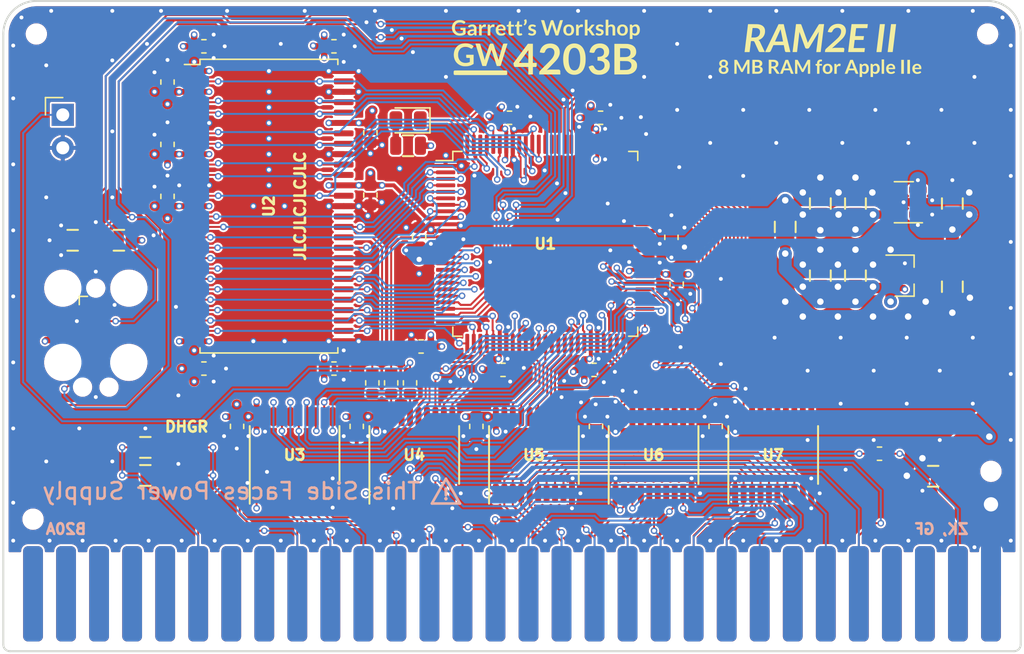
<source format=kicad_pcb>
(kicad_pcb (version 20221018) (generator pcbnew)

  (general
    (thickness 1.6108)
  )

  (paper "A4")
  (title_block
    (title "GW4203B (RAM2E II) - EPM240 / 5M240Z / AG256")
    (date "2023-10-21")
    (rev "2.1")
    (company "Garrett's Workshop")
  )

  (layers
    (0 "F.Cu" signal)
    (1 "In1.Cu" power)
    (2 "In2.Cu" power)
    (31 "B.Cu" signal)
    (32 "B.Adhes" user "B.Adhesive")
    (33 "F.Adhes" user "F.Adhesive")
    (34 "B.Paste" user)
    (35 "F.Paste" user)
    (36 "B.SilkS" user "B.Silkscreen")
    (37 "F.SilkS" user "F.Silkscreen")
    (38 "B.Mask" user)
    (39 "F.Mask" user)
    (40 "Dwgs.User" user "User.Drawings")
    (41 "Cmts.User" user "User.Comments")
    (42 "Eco1.User" user "User.Eco1")
    (43 "Eco2.User" user "User.Eco2")
    (44 "Edge.Cuts" user)
    (45 "Margin" user)
    (46 "B.CrtYd" user "B.Courtyard")
    (47 "F.CrtYd" user "F.Courtyard")
    (48 "B.Fab" user)
    (49 "F.Fab" user)
  )

  (setup
    (stackup
      (layer "F.SilkS" (type "Top Silk Screen"))
      (layer "F.Paste" (type "Top Solder Paste"))
      (layer "F.Mask" (type "Top Solder Mask") (thickness 0.01))
      (layer "F.Cu" (type "copper") (thickness 0.035))
      (layer "dielectric 1" (type "core") (thickness 0.2104) (material "FR4") (epsilon_r 4.6) (loss_tangent 0.02))
      (layer "In1.Cu" (type "copper") (thickness 0.0175))
      (layer "dielectric 2" (type "prepreg") (thickness 1.065) (material "FR4") (epsilon_r 4.5) (loss_tangent 0.02))
      (layer "In2.Cu" (type "copper") (thickness 0.0175))
      (layer "dielectric 3" (type "core") (thickness 0.2104) (material "FR4") (epsilon_r 4.6) (loss_tangent 0.02))
      (layer "B.Cu" (type "copper") (thickness 0.035))
      (layer "B.Mask" (type "Bottom Solder Mask") (thickness 0.01))
      (layer "B.Paste" (type "Bottom Solder Paste"))
      (layer "B.SilkS" (type "Bottom Silk Screen"))
      (copper_finish "None")
      (dielectric_constraints no)
    )
    (pad_to_mask_clearance 0.0762)
    (solder_mask_min_width 0.127)
    (pad_to_paste_clearance -0.0381)
    (pcbplotparams
      (layerselection 0x00010f8_ffffffff)
      (plot_on_all_layers_selection 0x0000000_00000000)
      (disableapertmacros false)
      (usegerberextensions true)
      (usegerberattributes false)
      (usegerberadvancedattributes false)
      (creategerberjobfile false)
      (dashed_line_dash_ratio 12.000000)
      (dashed_line_gap_ratio 3.000000)
      (svgprecision 4)
      (plotframeref false)
      (viasonmask false)
      (mode 1)
      (useauxorigin false)
      (hpglpennumber 1)
      (hpglpenspeed 20)
      (hpglpendiameter 15.000000)
      (dxfpolygonmode true)
      (dxfimperialunits true)
      (dxfusepcbnewfont true)
      (psnegative false)
      (psa4output false)
      (plotreference true)
      (plotvalue true)
      (plotinvisibletext false)
      (sketchpadsonfab false)
      (subtractmaskfromsilk true)
      (outputformat 1)
      (mirror false)
      (drillshape 0)
      (scaleselection 1)
      (outputdirectory "gerber/")
    )
  )

  (net 0 "")
  (net 1 "+5V")
  (net 2 "GND")
  (net 3 "/Vid7M")
  (net 4 "/~{SYNC}")
  (net 5 "/~{PRAS}")
  (net 6 "/VC")
  (net 7 "/~{C07X}")
  (net 8 "/~{WNDW}")
  (net 9 "/SEGA")
  (net 10 "/ROMEN1")
  (net 11 "/ROMEN2")
  (net 12 "/MD7")
  (net 13 "/MD6")
  (net 14 "/MD5")
  (net 15 "/MD4")
  (net 16 "/PHI0")
  (net 17 "/~{CLRGAT}")
  (net 18 "/~{80VID}")
  (net 19 "/~{PCAS}")
  (net 20 "/~{LDPS}")
  (net 21 "/R~{W}80")
  (net 22 "/PHI1")
  (net 23 "/~{CASEN}")
  (net 24 "/MD3")
  (net 25 "/MD2")
  (net 26 "/MD1")
  (net 27 "/MD0")
  (net 28 "/H0")
  (net 29 "/AN3")
  (net 30 "/~{EN80}")
  (net 31 "/~{ALTVID}")
  (net 32 "/~{SEROUT}")
  (net 33 "/~{ENVID}")
  (net 34 "/R~{W}")
  (net 35 "/Q3")
  (net 36 "/SEGB")
  (net 37 "/~{RA9}")
  (net 38 "/~{RA10}")
  (net 39 "/GR")
  (net 40 "/~{ENTMG}")
  (net 41 "/MA6")
  (net 42 "/MA5")
  (net 43 "/MA4")
  (net 44 "/MA3")
  (net 45 "/MA2")
  (net 46 "/MA1")
  (net 47 "/MA0")
  (net 48 "/MA7")
  (net 49 "/C7M")
  (net 50 "/C14M")
  (net 51 "/C3M58")
  (net 52 "/VD0")
  (net 53 "/VD1")
  (net 54 "/VD2")
  (net 55 "/VD3")
  (net 56 "/VD4")
  (net 57 "/VD5")
  (net 58 "/VD6")
  (net 59 "/VD7")
  (net 60 "+3V3")
  (net 61 "/TDI")
  (net 62 "Net-(D1-A)")
  (net 63 "unconnected-(J2-Pin_8-Pad8)")
  (net 64 "unconnected-(J2-Pin_7-Pad7)")
  (net 65 "/TMS")
  (net 66 "/TDO")
  (net 67 "/TCK")
  (net 68 "/RD5")
  (net 69 "/RD4")
  (net 70 "/RD3")
  (net 71 "/RD2")
  (net 72 "/RD7")
  (net 73 "/RD6")
  (net 74 "/RD0")
  (net 75 "/RD1")
  (net 76 "/DQMH")
  (net 77 "/~{WE}")
  (net 78 "/~{CAS}")
  (net 79 "/CKE")
  (net 80 "/~{RAS}")
  (net 81 "/BA0")
  (net 82 "/RA11")
  (net 83 "/~{CS}")
  (net 84 "/BA1")
  (net 85 "/RA9")
  (net 86 "/RA10")
  (net 87 "/RA8")
  (net 88 "/RA0")
  (net 89 "/RA7")
  (net 90 "/RA1")
  (net 91 "/RA6")
  (net 92 "/RA4")
  (net 93 "/RA3")
  (net 94 "/~{EN80}in")
  (net 95 "/RA5")
  (net 96 "/RA2")
  (net 97 "/R~{W}80in")
  (net 98 "/Ain5")
  (net 99 "/PHI1in")
  (net 100 "/Ain6")
  (net 101 "unconnected-(J2-Pin_6-Pad6)")
  (net 102 "Net-(U4-B2)")
  (net 103 "Net-(U4-B0)")
  (net 104 "unconnected-(U1-IO2_61-Pad61)")
  (net 105 "/DQML")
  (net 106 "/~{C07X}in")
  (net 107 "/R~{W}in")
  (net 108 "/Ain0")
  (net 109 "/Ain1")
  (net 110 "/Ain2")
  (net 111 "/Ain3")
  (net 112 "/Ain4")
  (net 113 "/Ain7")
  (net 114 "/Din0")
  (net 115 "/Din1")
  (net 116 "/Din2")
  (net 117 "/Din3")
  (net 118 "/Din4")
  (net 119 "/Din5")
  (net 120 "/Din6")
  (net 121 "/Din7")
  (net 122 "/V~{OE}")
  (net 123 "/Vout7")
  (net 124 "/Vout6")
  (net 125 "/Vout5")
  (net 126 "/Vout4")
  (net 127 "/Vout3")
  (net 128 "/Vout2")
  (net 129 "/Vout1")
  (net 130 "/Vout0")
  (net 131 "/D~{OE}")
  (net 132 "/Dout0")
  (net 133 "/Dout1")
  (net 134 "/Dout2")
  (net 135 "/Dout3")
  (net 136 "/Dout4")
  (net 137 "/Dout5")
  (net 138 "/Dout6")
  (net 139 "/Dout7")
  (net 140 "/RCLK")
  (net 141 "/ACLK")
  (net 142 "unconnected-(U1-IO2_66-Pad66)")
  (net 143 "/~{FRCTXT}")
  (net 144 "unconnected-(U1-IO2_78-Pad78)")
  (net 145 "unconnected-(U1-IO2_81-Pad81)")
  (net 146 "unconnected-(U1-IO2_82-Pad82)")
  (net 147 "unconnected-(U1-IO2_83-Pad83)")
  (net 148 "/~{80VID}in")
  (net 149 "+1V8")
  (net 150 "unconnected-(U1-IO2_86-Pad86)")
  (net 151 "/C14MB")
  (net 152 "unconnected-(U1-IO2_87-Pad87)")
  (net 153 "/C14MR")
  (net 154 "unconnected-(U4-B1-Pad17)")
  (net 155 "unconnected-(U9-NC-Pad4)")
  (net 156 "/LED")

  (footprint "stdpads:Fiducial" (layer "F.Cu") (at 203.2 129.54))

  (footprint "stdpads:Fiducial" (layer "F.Cu") (at 271.526 92.202))

  (footprint "stdpads:TSSOP-20_4.4x6.5mm_P0.65mm" (layer "F.Cu") (at 239.175 124.6))

  (footprint "stdpads:C_0603" (layer "F.Cu") (at 234.75 122.4 -90))

  (footprint "stdpads:C_0603" (layer "F.Cu") (at 253.15 122.4 -90))

  (footprint "stdpads:TSSOP-20_4.4x6.5mm_P0.65mm" (layer "F.Cu") (at 257.575 124.6))

  (footprint "stdpads:C_0603" (layer "F.Cu") (at 243.95 122.4 -90))

  (footprint "stdpads:TSSOP-20_4.4x6.5mm_P0.65mm" (layer "F.Cu") (at 220.775 124.6))

  (footprint "stdpads:TSSOP-20_4.4x6.5mm_P0.65mm" (layer "F.Cu") (at 248.375 124.6))

  (footprint "stdpads:AppleIIeAux_Edge" (layer "F.Cu") (at 237.49 135.382))

  (footprint "stdpads:TSSOP-20_4.4x6.5mm_P0.65mm" (layer "F.Cu") (at 229.975 124.6))

  (footprint "stdpads:C_0603" (layer "F.Cu") (at 225.55 122.4 -90))

  (footprint "stdpads:C_0603" (layer "F.Cu") (at 226.6 104.6 -90))

  (footprint "stdpads:C_0603" (layer "F.Cu") (at 211 100.7 90))

  (footprint "stdpads:C_0603" (layer "F.Cu") (at 211 95.9 90))

  (footprint "stdpads:C_0603" (layer "F.Cu") (at 237.3 98.65))

  (footprint "stdpads:C_0603" (layer "F.Cu") (at 244.3 98.65))

  (footprint "stdpads:C_0603" (layer "F.Cu") (at 243.8 118.05))

  (footprint "stdpads:C_0603" (layer "F.Cu") (at 236.8 118.05))

  (footprint "stdpads:C_0603" (layer "F.Cu") (at 249.75 107.85 90))

  (footprint "stdpads:C_0603" (layer "F.Cu") (at 230.35 107.85 90))

  (footprint "stdpads:C_0603" (layer "F.Cu") (at 211 104.7 90))

  (footprint "stdpads:C_0603" (layer "F.Cu") (at 226.6 99.8 -90))

  (footprint "stdpads:TSOP-II-54_22.2x10.16mm_P0.8mm" (layer "F.Cu") (at 218.8 105.45 -90))

  (footprint "stdpads:C_0603" (layer "F.Cu") (at 230.5 116.25 180))

  (footprint "stdpads:Fiducial" (layer "F.Cu") (at 203.454 92.202))

  (footprint "stdpads:PasteHole_1.1mm_PTH" (layer "F.Cu") (at 274.32 128.397))

  (footprint "stdpads:TQFP-100_14x14mm_P0.5mm" (layer "F.Cu") (at 240.05 108.35 -90))

  (footprint "stdpads:C_0805" (layer "F.Cu") (at 269.875 126.238 180))

  (footprint "stdpads:Fiducial" (layer "F.Cu") (at 270.129 129.286))

  (footprint "stdpads:C_0805" (layer "F.Cu") (at 271.35 111.65 -90))

  (footprint "stdpads:C_0603" (layer "F.Cu") (at 250.15 111.45 -90))

  (footprint "stdpads:C_0603" (layer "F.Cu") (at 223.8 93.15))

  (footprint "stdpads:TC2050" (layer "F.Cu") (at 205.486 115.57 -90))

  (footprint "stdpads:R_0805" (layer "F.Cu") (at 209.296 126.1745))

  (footprint "stdpads:R_0805" (layer "F.Cu") (at 203.708 108.077 180))

  (footprint "stdpads:R_0805" (layer "F.Cu")
    (tstamp 00000000-0000-0000-0000-00005eb33a55)
    (at 207.264 108.077 180)
    (tags "resistor")
    (property "LCSC Part" "C17560")
    (property "Mfg. Part Numbers" "Uniroyal 0805W8F2202T5E")
    (property "Notes" "Any manufacturer's part is acceptable.")
    (property "Sheetfile" "RAM2E.kicad_sch")
    (property "Sheetname" "")
    (property "ki_description" "Resistor, small symbol")
    (property "ki_keywords" "R resistor")
    (path "/00000000-0000-0000-0000-00005ebea685")
    (solder_mask_margin 0.05)
    (solder_paste_margin -0.025)
    (attr smd)
    (fp_text reference "R10" (at 0 0) (layer "F.Fab")
        (effects (font (size 0.254 0.254) (thickness 0.0635)))
      (tstamp 3a18b533-d883-46c2-a92a-d16f58042de8)
    )
    (fp_text value "22k" (at 0 0.35) (layer "F.Fab")
        (effects (font (size 0.254 0.254) (thickness 0.0635)))
      (tstamp 6f2f8a0f-d18b-4b03-85b0-a01405b29fd0)
    )
    (fp_text user "${REFERENCE}" (at 0 0 180) (layer "F.SilkS") hide
        (effects (font (size 0.254 0.254) (thickness 0.0635)))
      (tstamp 0d35dbe8-dd26-4d0f-9e5d-58ecab1f2c42)
    )
    (fp_line (start -0.4064 -0.8) (end 0.4064 -0.8)
      (stroke (width 0.1524) (type solid)) (layer "F.SilkS") (tstamp d295e188-b692-4e5a-9f46-35f478c74115))
    (fp_line (start -0.4064 0.8) (end 0.4064 0.8)
      (stroke (width 0.1524) (type solid)) (layer "F.SilkS") (tstamp 4133ba63-766e-473f-bcb9-37ea924c4865))
    (fp_line (start -1.7 -1) (end 1.7 -1)
      (stroke (width 0.05) (type solid)) (layer "F.CrtYd") (tstamp 4ce1d9b3-1299-49e2-a5a1-25659657c76f))
    (fp_line (start -1.7 1) (end -1.7 -1)
      (stroke (width 0.05) (type solid)) (layer "F.CrtYd") (tstamp 6a79f3ae-8209-4ef7-b8ed-f60ad538d280))
    (fp_line (start 1.7 -1) (end 1.7 1)
      (stroke (width 0.05) (type solid)) (layer "F.CrtYd") (tstamp 69d32f9e-484e-4d16-a16a-504758fa6f98))
    (fp_line (start 1.7 1) (end -1.7 1)
      (stroke (width 0.05) (type solid)) (layer "F.CrtYd") (tstamp 9b8ccc95-dea3-4bee-ba76-7d3eba481892))
    (fp_line (start -1 -0.625) (end 1 -0.625)
      (stroke (width 0.1) (type solid)) (layer "F.Fab") (tstamp 889d803e-8f78-4be0-b02b-19ef01274538))
    (fp_line (start -1 0.625) (end -1 -0.625)
      (stroke (width 0.1) (type solid)) (layer "F.Fab") (tstamp 2e7a9939-09b0-48dc-b737-6b06986860be))
    (fp_line (start 1 -0.625) (end 1 0.625)
      (stroke (width 0.1) (type solid)) (layer "F.Fab") (tstamp 990086d8-4646-4ff3-acca-70c04ad4284c))
    (fp_line (start 1 0.625) (end -1 0.625)
      (stroke (width 0.1) (type solid)) (layer "F.Fab") (tstamp 10cb3a1f-7d96-45cb-a00f-15cbe1b774e4))
    (pad "1" smd roundrect (at -0.95 0 180) (size 0.85 1.4) (layers "F.Cu" "F.Paste" "F.Mask") (roundrect_rratio 0.25)
      (net 60 "+3V3") (pintype "passive") (tstamp c8c2e158-2245-4c6e-82a0-e90c004e1703))
    (pad "2" smd roundrect (at 0.95 0 180) (size 0.85 1.4) (layers "F.Cu" "F.Paste" "F.Mask") (roundrect_rratio 0.25)
      (net 65 "/TMS") (pintype "passive") (tstamp a05b369c-2ffb-4d9b-87bc-83a45fb55223))
    (model "${KICAD6_3DMODEL_DIR}/Resistor_SMD.3dshapes/R_0805_2012Metric.wrl"
      (offset
... [3213923 chars truncated]
</source>
